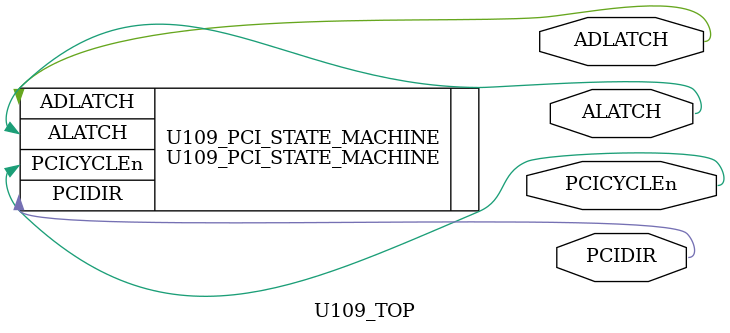
<source format=v>
/*
LICENSE:

This work is released under the Creative Commons Attribution-NonCommercial 4.0 International
https://creativecommons.org/licenses/by-nc/4.0/

You are free to:
Share — copy and redistribute the material in any medium or format
Adapt — remix, transform, and build upon the material
The licensor cannot revoke these freedoms as long as you follow the license terms.

Under the following terms:
Attribution — You must give appropriate credit , provide a link to the license, and indicate if changes were made . You may do so in any reasonable manner, but not in any way that suggests the licensor endorses you or your use.
NonCommercial — You may not use the material for commercial purposes.
No additional restrictions — You may not apply legal terms or technological measures that legally restrict others from doing anything the license permits.

RTL MODULE:

Engineer: Jason Neus
Design Name: U110
Module Name: U110_TOP
Project Name: AmigaPCI
Target Devices: iCE40-HX4K-TQ144

Description: U110 AMIGA PCI FPGA - PCI Bridge, ATA Controller, Bus Arbitor

Revision History:
    xx

GitHub: https://github.com/jasonsbeer/AmigaPCI
iceprog D:\AmigaPCI\U109\APCI_U109\APCI_U109_Implmnt\sbt\outputs\bitmap\U109_TOP_bitmap.bin
*/

module U109_TOP (

    output PCICYCLEn, ADLATCH, ALATCH, PCIDIR
    //output TACKn

);

//////////////////////////////
// PCI CYCLE STATE MACHINE //
////////////////////////////

U109_PCI_STATE_MACHINE U109_PCI_STATE_MACHINE (

    //OUTPUT
    .PCICYCLEn (PCICYCLEn),
    .ADLATCH (ADLATCH),
    .ALATCH (ALATCH),
    .PCIDIR (PCIDIR)

);

////////////////////////
// CYCLE TERMINATION //
//////////////////////

//U109_CYCLE_TERMINATION U109_CYCLE_TERMINATION (

    //output
//    .TACKn (TACKn)

//);

endmodule

</source>
